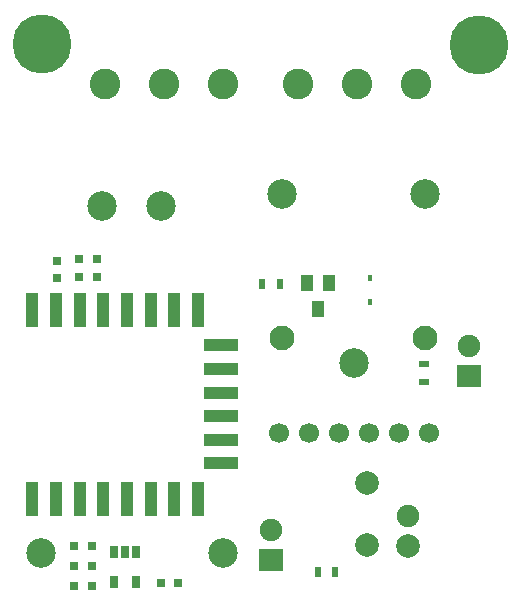
<source format=gbr>
G04 #@! TF.FileFunction,Soldermask,Bot*
%FSLAX46Y46*%
G04 Gerber Fmt 4.6, Leading zero omitted, Abs format (unit mm)*
G04 Created by KiCad (PCBNEW 4.0.3-stable) date 05/03/17 00:29:37*
%MOMM*%
%LPD*%
G01*
G04 APERTURE LIST*
%ADD10C,0.152400*%
%ADD11R,0.800000X0.750000*%
%ADD12C,2.600000*%
%ADD13R,0.750000X0.800000*%
%ADD14R,2.000000X1.900000*%
%ADD15C,1.900000*%
%ADD16C,1.700000*%
%ADD17R,1.000000X1.400000*%
%ADD18R,0.900000X0.500000*%
%ADD19R,0.500000X0.900000*%
%ADD20C,2.100000*%
%ADD21C,2.500000*%
%ADD22R,0.690000X0.990000*%
%ADD23C,2.000000*%
%ADD24R,3.000000X1.000000*%
%ADD25R,1.000000X3.000000*%
%ADD26R,0.450000X0.600000*%
%ADD27C,5.000000*%
G04 APERTURE END LIST*
D10*
D11*
X107050000Y-96700000D03*
X108550000Y-96700000D03*
D12*
X119600000Y-57600000D03*
X114600000Y-57600000D03*
X109600000Y-57600000D03*
D11*
X107050000Y-98400000D03*
X108550000Y-98400000D03*
X108550000Y-100100000D03*
X107050000Y-100100000D03*
X114350000Y-99800000D03*
X115850000Y-99800000D03*
D13*
X105537000Y-72529000D03*
X105537000Y-74029000D03*
D11*
X107454000Y-73914000D03*
X108954000Y-73914000D03*
X107454000Y-72390000D03*
X108954000Y-72390000D03*
D14*
X140462000Y-82296000D03*
D15*
X140462000Y-79756000D03*
D14*
X123700000Y-97900000D03*
D15*
X123700000Y-95360000D03*
D12*
X126000000Y-57600000D03*
X131000000Y-57600000D03*
X136000000Y-57600000D03*
D16*
X124333000Y-87122000D03*
X126873000Y-87122000D03*
X129413000Y-87122000D03*
X131953000Y-87122000D03*
X134493000Y-87122000D03*
X137033000Y-87122000D03*
D17*
X126746000Y-74422000D03*
X128646000Y-74422000D03*
X127696000Y-76622000D03*
D18*
X136652000Y-82792000D03*
X136652000Y-81292000D03*
D19*
X124448000Y-74549000D03*
X122948000Y-74549000D03*
X127650000Y-98900000D03*
X129150000Y-98900000D03*
D20*
X124658000Y-79121000D03*
X136708000Y-79121000D03*
D21*
X130683000Y-81171000D03*
X124658000Y-66921000D03*
X136708000Y-66921000D03*
D22*
X110400000Y-97200000D03*
X111350000Y-97200000D03*
X112300000Y-97200000D03*
X112300000Y-99790000D03*
X110400000Y-99790000D03*
D23*
X131826000Y-96647000D03*
X131826000Y-91347000D03*
D24*
X119499000Y-79708000D03*
X119499000Y-81708000D03*
X119499000Y-83708000D03*
X119499000Y-85708000D03*
X119499000Y-87708000D03*
X119499000Y-89708000D03*
D25*
X117499000Y-92708000D03*
X115499000Y-92708000D03*
X113499000Y-92708000D03*
X111499000Y-92708000D03*
X109499000Y-92708000D03*
X107499000Y-92708000D03*
X105499000Y-92708000D03*
X103499000Y-92708000D03*
X117499000Y-76708000D03*
X115499000Y-76708000D03*
X113499000Y-76708000D03*
X111499000Y-76708000D03*
X109499000Y-76708000D03*
X107499000Y-76708000D03*
X105499000Y-76708000D03*
X103499000Y-76708000D03*
D23*
X135300000Y-96700000D03*
D15*
X135300000Y-94160000D03*
D21*
X114400000Y-67900000D03*
X109400000Y-67900000D03*
X119600000Y-97300000D03*
X104200000Y-97300000D03*
D26*
X132080000Y-73973000D03*
X132080000Y-76073000D03*
D27*
X104300000Y-54200000D03*
X141300000Y-54300000D03*
M02*

</source>
